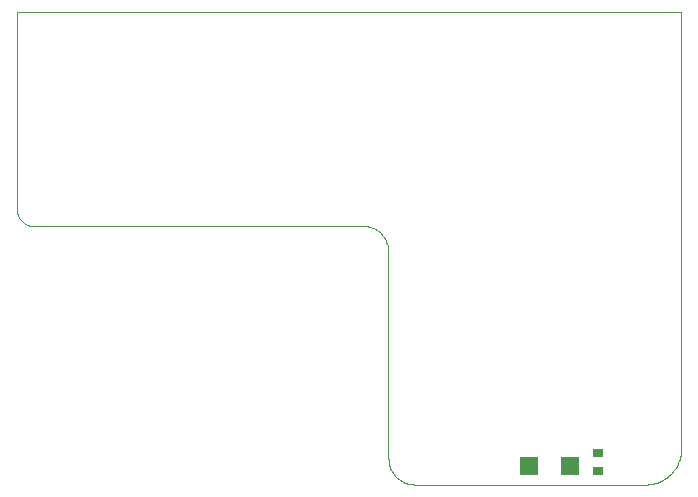
<source format=gtp>
G75*
%MOIN*%
%OFA0B0*%
%FSLAX24Y24*%
%IPPOS*%
%LPD*%
%AMOC8*
5,1,8,0,0,1.08239X$1,22.5*
%
%ADD10C,0.0039*%
%ADD11R,0.0591X0.0591*%
%ADD12R,0.0354X0.0276*%
D10*
X011639Y008800D02*
X011696Y008798D01*
X011753Y008793D01*
X011810Y008783D01*
X011865Y008770D01*
X011920Y008754D01*
X011974Y008733D01*
X012026Y008710D01*
X012077Y008683D01*
X012125Y008653D01*
X012172Y008619D01*
X012216Y008583D01*
X012258Y008544D01*
X012297Y008502D01*
X012333Y008458D01*
X012367Y008411D01*
X012397Y008363D01*
X012424Y008312D01*
X012447Y008260D01*
X012468Y008206D01*
X012484Y008151D01*
X012497Y008096D01*
X012507Y008039D01*
X012512Y007982D01*
X012514Y007925D01*
X012514Y001050D01*
X012516Y000993D01*
X012521Y000936D01*
X012531Y000879D01*
X012544Y000824D01*
X012560Y000769D01*
X012581Y000715D01*
X012604Y000663D01*
X012631Y000613D01*
X012661Y000564D01*
X012695Y000517D01*
X012731Y000473D01*
X012770Y000431D01*
X012812Y000392D01*
X012856Y000356D01*
X012903Y000322D01*
X012952Y000292D01*
X013002Y000265D01*
X013054Y000242D01*
X013108Y000221D01*
X013163Y000205D01*
X013218Y000192D01*
X013275Y000182D01*
X013332Y000177D01*
X013389Y000175D01*
X021014Y000175D01*
X022264Y001300D02*
X022264Y015925D01*
X000139Y015925D01*
X000139Y009300D01*
X000141Y009256D01*
X000147Y009213D01*
X000156Y009171D01*
X000169Y009129D01*
X000186Y009089D01*
X000206Y009050D01*
X000229Y009013D01*
X000256Y008979D01*
X000285Y008946D01*
X000318Y008917D01*
X000352Y008890D01*
X000389Y008867D01*
X000428Y008847D01*
X000468Y008830D01*
X000510Y008817D01*
X000552Y008808D01*
X000595Y008802D01*
X000639Y008800D01*
X011639Y008800D01*
X021015Y000176D02*
X021081Y000174D01*
X021148Y000176D01*
X021214Y000182D01*
X021280Y000192D01*
X021346Y000205D01*
X021410Y000222D01*
X021474Y000242D01*
X021536Y000266D01*
X021597Y000294D01*
X021656Y000324D01*
X021713Y000358D01*
X021768Y000396D01*
X021822Y000436D01*
X021872Y000479D01*
X021921Y000525D01*
X021966Y000574D01*
X022009Y000625D01*
X022049Y000678D01*
X022086Y000734D01*
X022120Y000792D01*
X022150Y000851D01*
X022177Y000912D01*
X022201Y000974D01*
X022221Y001038D01*
X022237Y001103D01*
X022250Y001168D01*
X022259Y001234D01*
X022264Y001301D01*
D11*
X018578Y000800D03*
X017200Y000800D03*
D12*
X019514Y000625D03*
X019514Y001225D03*
M02*

</source>
